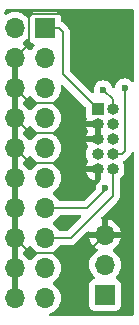
<source format=gbr>
%TF.GenerationSoftware,KiCad,Pcbnew,8.0.3*%
%TF.CreationDate,2024-06-30T20:41:50+08:00*%
%TF.ProjectId,WT_Jlink_Adapter,57545f4a-6c69-46e6-9b5f-416461707465,rev?*%
%TF.SameCoordinates,Original*%
%TF.FileFunction,Copper,L1,Top*%
%TF.FilePolarity,Positive*%
%FSLAX46Y46*%
G04 Gerber Fmt 4.6, Leading zero omitted, Abs format (unit mm)*
G04 Created by KiCad (PCBNEW 8.0.3) date 2024-06-30 20:41:50*
%MOMM*%
%LPD*%
G01*
G04 APERTURE LIST*
%TA.AperFunction,ComponentPad*%
%ADD10R,1.700000X1.700000*%
%TD*%
%TA.AperFunction,ComponentPad*%
%ADD11O,1.700000X1.700000*%
%TD*%
%TA.AperFunction,ComponentPad*%
%ADD12R,1.000000X1.000000*%
%TD*%
%TA.AperFunction,ComponentPad*%
%ADD13O,1.000000X1.000000*%
%TD*%
%TA.AperFunction,ViaPad*%
%ADD14C,0.600000*%
%TD*%
%TA.AperFunction,Conductor*%
%ADD15C,0.200000*%
%TD*%
G04 APERTURE END LIST*
D10*
%TO.P,J1,1,Pin_1*%
%TO.N,/VTREF*%
X112567000Y-90018000D03*
D11*
%TO.P,J1,2,Pin_2*%
%TO.N,unconnected-(J1-Pin_2-Pad2)*%
X110027000Y-90018000D03*
%TO.P,J1,3,Pin_3*%
%TO.N,unconnected-(J1-Pin_3-Pad3)*%
X112567000Y-92558000D03*
%TO.P,J1,4,Pin_4*%
%TO.N,/GND*%
X110027000Y-92558000D03*
%TO.P,J1,5,Pin_5*%
%TO.N,/TXD-TDI*%
X112567000Y-95098000D03*
%TO.P,J1,6,Pin_6*%
%TO.N,/GND*%
X110027000Y-95098000D03*
%TO.P,J1,7,Pin_7*%
%TO.N,/SWDIO-TMS*%
X112567000Y-97638000D03*
%TO.P,J1,8,Pin_8*%
%TO.N,/GND*%
X110027000Y-97638000D03*
%TO.P,J1,9,Pin_9*%
%TO.N,/SWCLK-TCK*%
X112567000Y-100178000D03*
%TO.P,J1,10,Pin_10*%
%TO.N,/GND*%
X110027000Y-100178000D03*
%TO.P,J1,11,Pin_11*%
%TO.N,unconnected-(J1-Pin_11-Pad11)*%
X112567000Y-102718000D03*
%TO.P,J1,12,Pin_12*%
%TO.N,/GND*%
X110027000Y-102718000D03*
%TO.P,J1,13,Pin_13*%
%TO.N,/SWO-TDO*%
X112567000Y-105258000D03*
%TO.P,J1,14,Pin_14*%
%TO.N,/GND*%
X110027000Y-105258000D03*
%TO.P,J1,15,Pin_15*%
%TO.N,/~{RESET}*%
X112567000Y-107798000D03*
%TO.P,J1,16,Pin_16*%
%TO.N,/GND*%
X110027000Y-107798000D03*
%TO.P,J1,17,Pin_17*%
%TO.N,/RXD*%
X112567000Y-110338000D03*
%TO.P,J1,18,Pin_18*%
%TO.N,/GND*%
X110027000Y-110338000D03*
%TO.P,J1,19,Pin_19*%
%TO.N,unconnected-(J1-Pin_19-Pad19)*%
X112567000Y-112878000D03*
%TO.P,J1,20,Pin_20*%
%TO.N,/GND*%
X110027000Y-112878000D03*
%TD*%
D10*
%TO.P,JP1,1,A*%
%TO.N,/RXD*%
X117647000Y-112609000D03*
D11*
%TO.P,JP1,2,C*%
%TO.N,PIN7*%
X117647000Y-110069000D03*
%TO.P,JP1,3,B*%
%TO.N,/GND*%
X117647000Y-107529000D03*
%TD*%
D12*
%TO.P,J2,1,Pin_1*%
%TO.N,/VTREF*%
X117012000Y-96876000D03*
D13*
%TO.P,J2,2,Pin_2*%
%TO.N,/SWDIO-TMS*%
X118282000Y-96876000D03*
%TO.P,J2,3,Pin_3*%
%TO.N,/GND*%
X117012000Y-98146000D03*
%TO.P,J2,4,Pin_4*%
%TO.N,/SWCLK-TCK*%
X118282000Y-98146000D03*
%TO.P,J2,5,Pin_5*%
%TO.N,/GND*%
X117012000Y-99416000D03*
%TO.P,J2,6,Pin_6*%
%TO.N,/SWO-TDO*%
X118282000Y-99416000D03*
%TO.P,J2,7,Pin_7*%
%TO.N,PIN7*%
X117012000Y-100686000D03*
%TO.P,J2,8,Pin_8*%
%TO.N,/TXD-TDI*%
X118282000Y-100686000D03*
%TO.P,J2,9,Pin_9*%
%TO.N,/GND*%
X117012000Y-101956000D03*
%TO.P,J2,10,Pin_10*%
%TO.N,/~{RESET}*%
X118282000Y-101956000D03*
%TD*%
D14*
%TO.N,/GND*%
X119660000Y-104060000D03*
X114420000Y-106540000D03*
X114610000Y-88840000D03*
X114660000Y-103820000D03*
X115180000Y-110200000D03*
X115080000Y-113860000D03*
%TO.N,/SWO-TDO*%
X117682000Y-103607000D03*
%TO.N,/TXD-TDI*%
X119298000Y-95098000D03*
%TO.N,/SWDIO-TMS*%
X117502500Y-95260000D03*
%TD*%
D15*
%TO.N,/VTREF*%
X114046000Y-93910000D02*
X117012000Y-96876000D01*
X113710000Y-90018000D02*
X114046000Y-90354000D01*
X114046000Y-90354000D02*
X114046000Y-93910000D01*
X112567000Y-90018000D02*
X113710000Y-90018000D01*
%TO.N,/GND*%
X111177000Y-91408000D02*
X110027000Y-92558000D01*
X111177000Y-89108000D02*
X111177000Y-91408000D01*
X114610000Y-88840000D02*
X111445000Y-88840000D01*
X111445000Y-88840000D02*
X111177000Y-89108000D01*
X111289000Y-96360000D02*
X110027000Y-95098000D01*
X112360000Y-96360000D02*
X111289000Y-96360000D01*
X112360000Y-96360000D02*
X114090000Y-96360000D01*
X115415000Y-97685000D02*
X115876000Y-98146000D01*
X114090000Y-96360000D02*
X115415000Y-97685000D01*
X111269000Y-109040000D02*
X110027000Y-107798000D01*
X116136000Y-109040000D02*
X111269000Y-109040000D01*
X117647000Y-107529000D02*
X116136000Y-109040000D01*
X114506000Y-101956000D02*
X117012000Y-101956000D01*
X114000000Y-101450000D02*
X114506000Y-101956000D01*
X111299000Y-101450000D02*
X114000000Y-101450000D01*
X110027000Y-100178000D02*
X111299000Y-101450000D01*
X114130000Y-98880000D02*
X114666000Y-99416000D01*
X114666000Y-99416000D02*
X117012000Y-99416000D01*
X111269000Y-98880000D02*
X114130000Y-98880000D01*
X110027000Y-97638000D02*
X111269000Y-98880000D01*
X115876000Y-98146000D02*
X117012000Y-98146000D01*
%TO.N,/~{RESET}*%
X114726000Y-107798000D02*
X118282000Y-104242000D01*
X118282000Y-104242000D02*
X118282000Y-101956000D01*
X112567000Y-107798000D02*
X114726000Y-107798000D01*
%TO.N,/SWO-TDO*%
X117393000Y-103988000D02*
X117682000Y-103699000D01*
X112567000Y-105258000D02*
X116123000Y-105258000D01*
X116123000Y-105258000D02*
X117393000Y-103988000D01*
X117682000Y-103699000D02*
X117682000Y-103607000D01*
%TO.N,/TXD-TDI*%
X119044000Y-100686000D02*
X118282000Y-100686000D01*
X119298000Y-95098000D02*
X119298000Y-100432000D01*
X119298000Y-100432000D02*
X119044000Y-100686000D01*
%TO.N,/SWDIO-TMS*%
X118282000Y-96039500D02*
X118282000Y-96876000D01*
X117502500Y-95260000D02*
X118282000Y-96039500D01*
%TD*%
%TA.AperFunction,Conductor*%
%TO.N,/GND*%
G36*
X120054312Y-100476838D02*
G01*
X120108190Y-100521323D01*
X120129465Y-100587875D01*
X120129500Y-100590826D01*
X120129500Y-114180358D01*
X120109815Y-114247397D01*
X120093181Y-114268039D01*
X119988039Y-114373181D01*
X119926716Y-114406666D01*
X119900358Y-114409500D01*
X113011172Y-114409500D01*
X112944133Y-114389815D01*
X112898378Y-114337011D01*
X112888434Y-114267853D01*
X112917459Y-114204297D01*
X112976237Y-114166523D01*
X112979079Y-114165725D01*
X113013038Y-114156625D01*
X113030663Y-114151903D01*
X113244830Y-114052035D01*
X113438401Y-113916495D01*
X113605495Y-113749401D01*
X113741035Y-113555830D01*
X113840903Y-113341663D01*
X113902063Y-113113408D01*
X113922659Y-112878000D01*
X113902063Y-112642592D01*
X113840903Y-112414337D01*
X113741035Y-112200171D01*
X113735731Y-112192595D01*
X113605494Y-112006597D01*
X113438402Y-111839506D01*
X113438396Y-111839501D01*
X113252842Y-111709575D01*
X113209217Y-111654998D01*
X113202023Y-111585500D01*
X113233546Y-111523145D01*
X113252842Y-111506425D01*
X113402754Y-111401455D01*
X113438401Y-111376495D01*
X113605495Y-111209401D01*
X113741035Y-111015830D01*
X113840903Y-110801663D01*
X113902063Y-110573408D01*
X113922659Y-110338000D01*
X113902063Y-110102592D01*
X113840903Y-109874337D01*
X113741035Y-109660171D01*
X113735731Y-109652595D01*
X113605494Y-109466597D01*
X113438402Y-109299506D01*
X113438396Y-109299501D01*
X113252842Y-109169575D01*
X113209217Y-109114998D01*
X113202023Y-109045500D01*
X113233546Y-108983145D01*
X113252842Y-108966425D01*
X113425266Y-108845692D01*
X113438401Y-108836495D01*
X113605495Y-108669401D01*
X113741035Y-108475830D01*
X113743707Y-108470097D01*
X113789878Y-108417658D01*
X113856091Y-108398500D01*
X114639331Y-108398500D01*
X114639347Y-108398501D01*
X114646943Y-108398501D01*
X114805054Y-108398501D01*
X114805057Y-108398501D01*
X114957785Y-108357577D01*
X115007904Y-108328639D01*
X115094716Y-108278520D01*
X115206520Y-108166716D01*
X115206520Y-108166714D01*
X115216728Y-108156507D01*
X115216730Y-108156504D01*
X116119941Y-107253292D01*
X116181262Y-107219809D01*
X116250954Y-107224793D01*
X116305995Y-107265488D01*
X116316363Y-107279000D01*
X117213988Y-107279000D01*
X117181075Y-107336007D01*
X117147000Y-107463174D01*
X117147000Y-107594826D01*
X117181075Y-107721993D01*
X117213988Y-107779000D01*
X116316364Y-107779000D01*
X116373567Y-107992486D01*
X116373570Y-107992492D01*
X116473399Y-108206578D01*
X116608894Y-108400082D01*
X116775917Y-108567105D01*
X116961595Y-108697119D01*
X117005219Y-108751696D01*
X117012412Y-108821195D01*
X116980890Y-108883549D01*
X116961595Y-108900269D01*
X116775594Y-109030508D01*
X116608505Y-109197597D01*
X116472965Y-109391169D01*
X116472964Y-109391171D01*
X116373098Y-109605335D01*
X116373094Y-109605344D01*
X116311938Y-109833586D01*
X116311936Y-109833596D01*
X116291341Y-110068999D01*
X116291341Y-110069000D01*
X116311936Y-110304403D01*
X116311938Y-110304413D01*
X116373094Y-110532655D01*
X116373096Y-110532659D01*
X116373097Y-110532663D01*
X116425484Y-110645007D01*
X116472965Y-110746830D01*
X116472967Y-110746834D01*
X116511360Y-110801664D01*
X116608501Y-110940396D01*
X116608506Y-110940402D01*
X116730430Y-111062326D01*
X116763915Y-111123649D01*
X116758931Y-111193341D01*
X116717059Y-111249274D01*
X116686083Y-111266189D01*
X116554669Y-111315203D01*
X116554664Y-111315206D01*
X116439455Y-111401452D01*
X116439452Y-111401455D01*
X116353206Y-111516664D01*
X116353202Y-111516671D01*
X116302908Y-111651517D01*
X116297270Y-111703965D01*
X116296501Y-111711123D01*
X116296500Y-111711135D01*
X116296500Y-113506870D01*
X116296501Y-113506876D01*
X116302908Y-113566483D01*
X116353202Y-113701328D01*
X116353206Y-113701335D01*
X116439452Y-113816544D01*
X116439455Y-113816547D01*
X116554664Y-113902793D01*
X116554671Y-113902797D01*
X116689517Y-113953091D01*
X116689516Y-113953091D01*
X116696444Y-113953835D01*
X116749127Y-113959500D01*
X118544872Y-113959499D01*
X118604483Y-113953091D01*
X118739331Y-113902796D01*
X118854546Y-113816546D01*
X118940796Y-113701331D01*
X118991091Y-113566483D01*
X118997500Y-113506873D01*
X118997499Y-111711128D01*
X118991091Y-111651517D01*
X118983252Y-111630500D01*
X118940797Y-111516671D01*
X118940793Y-111516664D01*
X118854547Y-111401455D01*
X118854544Y-111401452D01*
X118739335Y-111315206D01*
X118739328Y-111315202D01*
X118607917Y-111266189D01*
X118551983Y-111224318D01*
X118527566Y-111158853D01*
X118542418Y-111090580D01*
X118563563Y-111062332D01*
X118685495Y-110940401D01*
X118821035Y-110746830D01*
X118920903Y-110532663D01*
X118982063Y-110304408D01*
X119002659Y-110069000D01*
X118982063Y-109833592D01*
X118920903Y-109605337D01*
X118821035Y-109391171D01*
X118757123Y-109299894D01*
X118685494Y-109197597D01*
X118518402Y-109030506D01*
X118518401Y-109030505D01*
X118332405Y-108900269D01*
X118288781Y-108845692D01*
X118281588Y-108776193D01*
X118313110Y-108713839D01*
X118332405Y-108697119D01*
X118518082Y-108567105D01*
X118685105Y-108400082D01*
X118820600Y-108206578D01*
X118920429Y-107992492D01*
X118920432Y-107992486D01*
X118977636Y-107779000D01*
X118080012Y-107779000D01*
X118112925Y-107721993D01*
X118147000Y-107594826D01*
X118147000Y-107463174D01*
X118112925Y-107336007D01*
X118080012Y-107279000D01*
X118977636Y-107279000D01*
X118977635Y-107278999D01*
X118920432Y-107065513D01*
X118920429Y-107065507D01*
X118820600Y-106851422D01*
X118820599Y-106851420D01*
X118685113Y-106657926D01*
X118685108Y-106657920D01*
X118518082Y-106490894D01*
X118324578Y-106355399D01*
X118110492Y-106255570D01*
X118110486Y-106255567D01*
X117897000Y-106198364D01*
X117897000Y-107095988D01*
X117839993Y-107063075D01*
X117712826Y-107029000D01*
X117581174Y-107029000D01*
X117454007Y-107063075D01*
X117397000Y-107095988D01*
X117397000Y-106198363D01*
X117383488Y-106187995D01*
X117342286Y-106131567D01*
X117338131Y-106061821D01*
X117371292Y-106001941D01*
X118640506Y-104732728D01*
X118640511Y-104732724D01*
X118650714Y-104722520D01*
X118650716Y-104722520D01*
X118762520Y-104610716D01*
X118841577Y-104473784D01*
X118872945Y-104356716D01*
X118882500Y-104321058D01*
X118882500Y-104162943D01*
X118882500Y-102816119D01*
X118902185Y-102749080D01*
X118927833Y-102720267D01*
X118992883Y-102666883D01*
X118993175Y-102666528D01*
X119117909Y-102514539D01*
X119117913Y-102514532D01*
X119118059Y-102514260D01*
X119210814Y-102340727D01*
X119268024Y-102152132D01*
X119287341Y-101956000D01*
X119268024Y-101759868D01*
X119210814Y-101571273D01*
X119140324Y-101439396D01*
X119126083Y-101370996D01*
X119151083Y-101305752D01*
X119207387Y-101264381D01*
X119217571Y-101261175D01*
X119275785Y-101245577D01*
X119333552Y-101212225D01*
X119412716Y-101166520D01*
X119524520Y-101054716D01*
X119524520Y-101054714D01*
X119534724Y-101044511D01*
X119534728Y-101044506D01*
X119656506Y-100922728D01*
X119656511Y-100922724D01*
X119666714Y-100912520D01*
X119666716Y-100912520D01*
X119778520Y-100800716D01*
X119844751Y-100686000D01*
X119857577Y-100663785D01*
X119885725Y-100558731D01*
X119922090Y-100499072D01*
X119984937Y-100468543D01*
X120054312Y-100476838D01*
G37*
%TD.AperFunction*%
%TA.AperFunction,Conductor*%
G36*
X110277000Y-112444988D02*
G01*
X110219993Y-112412075D01*
X110092826Y-112378000D01*
X109961174Y-112378000D01*
X109834007Y-112412075D01*
X109777000Y-112444988D01*
X109777000Y-110771012D01*
X109834007Y-110803925D01*
X109961174Y-110838000D01*
X110092826Y-110838000D01*
X110219993Y-110803925D01*
X110277000Y-110771012D01*
X110277000Y-112444988D01*
G37*
%TD.AperFunction*%
%TA.AperFunction,Conductor*%
G36*
X110277000Y-109904988D02*
G01*
X110219993Y-109872075D01*
X110092826Y-109838000D01*
X109961174Y-109838000D01*
X109834007Y-109872075D01*
X109777000Y-109904988D01*
X109777000Y-108231012D01*
X109834007Y-108263925D01*
X109961174Y-108298000D01*
X110092826Y-108298000D01*
X110219993Y-108263925D01*
X110277000Y-108231012D01*
X110277000Y-109904988D01*
G37*
%TD.AperFunction*%
%TA.AperFunction,Conductor*%
G36*
X111381549Y-108464110D02*
G01*
X111398269Y-108483405D01*
X111528505Y-108669401D01*
X111528506Y-108669402D01*
X111695597Y-108836493D01*
X111695603Y-108836498D01*
X111881158Y-108966425D01*
X111924783Y-109021002D01*
X111931977Y-109090500D01*
X111900454Y-109152855D01*
X111881158Y-109169575D01*
X111695597Y-109299505D01*
X111528508Y-109466594D01*
X111398269Y-109652595D01*
X111343692Y-109696219D01*
X111274193Y-109703412D01*
X111211839Y-109671890D01*
X111195119Y-109652594D01*
X111065113Y-109466926D01*
X111065108Y-109466920D01*
X110898082Y-109299894D01*
X110711968Y-109169575D01*
X110668344Y-109114998D01*
X110661151Y-109045499D01*
X110692673Y-108983145D01*
X110711968Y-108966425D01*
X110898082Y-108836105D01*
X111065105Y-108669082D01*
X111195119Y-108483405D01*
X111249696Y-108439781D01*
X111319195Y-108432588D01*
X111381549Y-108464110D01*
G37*
%TD.AperFunction*%
%TA.AperFunction,Conductor*%
G36*
X110277000Y-107364988D02*
G01*
X110219993Y-107332075D01*
X110092826Y-107298000D01*
X109961174Y-107298000D01*
X109834007Y-107332075D01*
X109777000Y-107364988D01*
X109777000Y-105691012D01*
X109834007Y-105723925D01*
X109961174Y-105758000D01*
X110092826Y-105758000D01*
X110219993Y-105723925D01*
X110277000Y-105691012D01*
X110277000Y-107364988D01*
G37*
%TD.AperFunction*%
%TA.AperFunction,Conductor*%
G36*
X115583942Y-105878185D02*
G01*
X115629697Y-105930989D01*
X115639641Y-106000147D01*
X115610616Y-106063703D01*
X115604584Y-106070181D01*
X114513584Y-107161181D01*
X114452261Y-107194666D01*
X114425903Y-107197500D01*
X113856091Y-107197500D01*
X113789052Y-107177815D01*
X113743711Y-107125909D01*
X113741037Y-107120175D01*
X113741034Y-107120170D01*
X113735729Y-107112594D01*
X113605495Y-106926599D01*
X113605494Y-106926597D01*
X113438402Y-106759506D01*
X113438396Y-106759501D01*
X113252842Y-106629575D01*
X113209217Y-106574998D01*
X113202023Y-106505500D01*
X113233546Y-106443145D01*
X113252842Y-106426425D01*
X113354277Y-106355399D01*
X113438401Y-106296495D01*
X113605495Y-106129401D01*
X113741035Y-105935830D01*
X113743707Y-105930097D01*
X113789878Y-105877658D01*
X113856091Y-105858500D01*
X115516903Y-105858500D01*
X115583942Y-105878185D01*
G37*
%TD.AperFunction*%
%TA.AperFunction,Conductor*%
G36*
X110277000Y-104824988D02*
G01*
X110219993Y-104792075D01*
X110092826Y-104758000D01*
X109961174Y-104758000D01*
X109834007Y-104792075D01*
X109777000Y-104824988D01*
X109777000Y-103151012D01*
X109834007Y-103183925D01*
X109961174Y-103218000D01*
X110092826Y-103218000D01*
X110219993Y-103183925D01*
X110277000Y-103151012D01*
X110277000Y-104824988D01*
G37*
%TD.AperFunction*%
%TA.AperFunction,Conductor*%
G36*
X114104300Y-94819737D02*
G01*
X114119255Y-94832490D01*
X115975181Y-96688416D01*
X116008666Y-96749739D01*
X116011500Y-96776097D01*
X116011500Y-97423870D01*
X116011501Y-97423876D01*
X116017908Y-97483483D01*
X116068202Y-97618328D01*
X116068206Y-97618335D01*
X116074561Y-97626824D01*
X116098979Y-97692288D01*
X116085495Y-97755636D01*
X116085981Y-97755838D01*
X116084894Y-97758461D01*
X116084655Y-97759586D01*
X116083650Y-97761464D01*
X116042839Y-97895999D01*
X116042840Y-97896000D01*
X116802382Y-97896000D01*
X116751936Y-97946446D01*
X116709149Y-98020555D01*
X116687000Y-98103213D01*
X116687000Y-98188787D01*
X116709149Y-98271445D01*
X116751936Y-98345554D01*
X116812446Y-98406064D01*
X116886555Y-98448851D01*
X116969213Y-98471000D01*
X117054787Y-98471000D01*
X117137445Y-98448851D01*
X117211554Y-98406064D01*
X117262000Y-98355618D01*
X117262000Y-99206382D01*
X117211554Y-99155936D01*
X117137445Y-99113149D01*
X117054787Y-99091000D01*
X116969213Y-99091000D01*
X116886555Y-99113149D01*
X116812446Y-99155936D01*
X116751936Y-99216446D01*
X116709149Y-99290555D01*
X116687000Y-99373213D01*
X116687000Y-99458787D01*
X116709149Y-99541445D01*
X116751936Y-99615554D01*
X116802382Y-99666000D01*
X116042840Y-99666000D01*
X116083652Y-99800541D01*
X116176503Y-99974253D01*
X116179890Y-99979322D01*
X116178215Y-99980440D01*
X116201918Y-100036259D01*
X116190123Y-100105125D01*
X116179158Y-100122188D01*
X116179473Y-100122399D01*
X116176086Y-100127467D01*
X116083188Y-100301266D01*
X116025975Y-100489870D01*
X116006659Y-100686000D01*
X116025975Y-100882129D01*
X116038292Y-100922732D01*
X116076716Y-101049400D01*
X116083188Y-101070733D01*
X116176086Y-101244532D01*
X116179473Y-101249601D01*
X116177955Y-101250615D01*
X116201918Y-101307042D01*
X116190124Y-101375909D01*
X116179515Y-101392420D01*
X116179893Y-101392673D01*
X116176505Y-101397742D01*
X116083652Y-101571458D01*
X116042839Y-101705999D01*
X116042840Y-101706000D01*
X116802382Y-101706000D01*
X116751936Y-101756446D01*
X116709149Y-101830555D01*
X116687000Y-101913213D01*
X116687000Y-101998787D01*
X116709149Y-102081445D01*
X116751936Y-102155554D01*
X116812446Y-102216064D01*
X116886555Y-102258851D01*
X116969213Y-102281000D01*
X117054787Y-102281000D01*
X117137445Y-102258851D01*
X117211554Y-102216064D01*
X117262000Y-102165618D01*
X117262000Y-102856962D01*
X117242315Y-102924001D01*
X117203973Y-102961955D01*
X117179741Y-102977181D01*
X117179739Y-102977182D01*
X117052184Y-103104737D01*
X116956211Y-103257476D01*
X116896631Y-103427745D01*
X116896630Y-103427750D01*
X116875655Y-103613919D01*
X116873581Y-103613685D01*
X116856750Y-103671006D01*
X116840116Y-103691648D01*
X115910584Y-104621181D01*
X115849261Y-104654666D01*
X115822903Y-104657500D01*
X113856091Y-104657500D01*
X113789052Y-104637815D01*
X113743711Y-104585909D01*
X113741037Y-104580175D01*
X113741034Y-104580170D01*
X113735729Y-104572594D01*
X113605495Y-104386599D01*
X113605494Y-104386597D01*
X113438402Y-104219506D01*
X113438396Y-104219501D01*
X113252842Y-104089575D01*
X113209217Y-104034998D01*
X113202023Y-103965500D01*
X113233546Y-103903145D01*
X113252842Y-103886425D01*
X113275026Y-103870891D01*
X113438401Y-103756495D01*
X113605495Y-103589401D01*
X113741035Y-103395830D01*
X113840903Y-103181663D01*
X113902063Y-102953408D01*
X113922659Y-102718000D01*
X113902063Y-102482592D01*
X113840903Y-102254337D01*
X113818363Y-102206000D01*
X116042840Y-102206000D01*
X116083652Y-102340541D01*
X116176503Y-102514253D01*
X116176507Y-102514260D01*
X116301471Y-102666528D01*
X116453739Y-102791491D01*
X116627465Y-102884349D01*
X116762000Y-102925159D01*
X116762000Y-102206000D01*
X116042840Y-102206000D01*
X113818363Y-102206000D01*
X113741035Y-102040171D01*
X113735731Y-102032595D01*
X113605494Y-101846597D01*
X113438402Y-101679506D01*
X113438396Y-101679501D01*
X113252842Y-101549575D01*
X113209217Y-101494998D01*
X113202023Y-101425500D01*
X113233546Y-101363145D01*
X113252842Y-101346425D01*
X113275026Y-101330891D01*
X113438401Y-101216495D01*
X113605495Y-101049401D01*
X113741035Y-100855830D01*
X113840903Y-100641663D01*
X113902063Y-100413408D01*
X113922659Y-100178000D01*
X113902063Y-99942592D01*
X113840903Y-99714337D01*
X113741035Y-99500171D01*
X113735731Y-99492595D01*
X113605494Y-99306597D01*
X113464895Y-99165999D01*
X116042839Y-99165999D01*
X116042840Y-99166000D01*
X116762000Y-99166000D01*
X116762000Y-98396000D01*
X116042840Y-98396000D01*
X116083652Y-98530541D01*
X116176503Y-98704253D01*
X116179890Y-98709322D01*
X116178338Y-98710358D01*
X116202242Y-98766661D01*
X116190442Y-98835527D01*
X116179560Y-98852458D01*
X116179890Y-98852678D01*
X116176503Y-98857746D01*
X116083652Y-99031458D01*
X116042839Y-99165999D01*
X113464895Y-99165999D01*
X113438402Y-99139506D01*
X113438396Y-99139501D01*
X113252842Y-99009575D01*
X113209217Y-98954998D01*
X113202023Y-98885500D01*
X113233546Y-98823145D01*
X113252842Y-98806425D01*
X113275026Y-98790891D01*
X113438401Y-98676495D01*
X113605495Y-98509401D01*
X113741035Y-98315830D01*
X113840903Y-98101663D01*
X113902063Y-97873408D01*
X113922659Y-97638000D01*
X113920938Y-97618335D01*
X113903925Y-97423876D01*
X113902063Y-97402592D01*
X113840903Y-97174337D01*
X113741035Y-96960171D01*
X113735731Y-96952595D01*
X113605494Y-96766597D01*
X113438402Y-96599506D01*
X113438396Y-96599501D01*
X113252842Y-96469575D01*
X113209217Y-96414998D01*
X113202023Y-96345500D01*
X113233546Y-96283145D01*
X113252842Y-96266425D01*
X113275026Y-96250891D01*
X113438401Y-96136495D01*
X113605495Y-95969401D01*
X113741035Y-95775830D01*
X113840903Y-95561663D01*
X113902063Y-95333408D01*
X113922659Y-95098000D01*
X113908046Y-94930978D01*
X113921812Y-94862479D01*
X113970427Y-94812296D01*
X114038456Y-94796362D01*
X114104300Y-94819737D01*
G37*
%TD.AperFunction*%
%TA.AperFunction,Conductor*%
G36*
X110277000Y-102284988D02*
G01*
X110219993Y-102252075D01*
X110092826Y-102218000D01*
X109961174Y-102218000D01*
X109834007Y-102252075D01*
X109777000Y-102284988D01*
X109777000Y-100611012D01*
X109834007Y-100643925D01*
X109961174Y-100678000D01*
X110092826Y-100678000D01*
X110219993Y-100643925D01*
X110277000Y-100611012D01*
X110277000Y-102284988D01*
G37*
%TD.AperFunction*%
%TA.AperFunction,Conductor*%
G36*
X111381549Y-100844110D02*
G01*
X111398269Y-100863405D01*
X111528505Y-101049401D01*
X111528506Y-101049402D01*
X111695597Y-101216493D01*
X111695603Y-101216498D01*
X111881158Y-101346425D01*
X111924783Y-101401002D01*
X111931977Y-101470500D01*
X111900454Y-101532855D01*
X111881158Y-101549575D01*
X111695597Y-101679505D01*
X111528508Y-101846594D01*
X111398269Y-102032595D01*
X111343692Y-102076219D01*
X111274193Y-102083412D01*
X111211839Y-102051890D01*
X111195119Y-102032594D01*
X111065113Y-101846926D01*
X111065108Y-101846920D01*
X110898082Y-101679894D01*
X110711968Y-101549575D01*
X110668344Y-101494998D01*
X110661151Y-101425499D01*
X110692673Y-101363145D01*
X110711968Y-101346425D01*
X110898082Y-101216105D01*
X111065105Y-101049082D01*
X111195119Y-100863405D01*
X111249696Y-100819781D01*
X111319195Y-100812588D01*
X111381549Y-100844110D01*
G37*
%TD.AperFunction*%
%TA.AperFunction,Conductor*%
G36*
X110277000Y-99744988D02*
G01*
X110219993Y-99712075D01*
X110092826Y-99678000D01*
X109961174Y-99678000D01*
X109834007Y-99712075D01*
X109777000Y-99744988D01*
X109777000Y-98071012D01*
X109834007Y-98103925D01*
X109961174Y-98138000D01*
X110092826Y-98138000D01*
X110219993Y-98103925D01*
X110277000Y-98071012D01*
X110277000Y-99744988D01*
G37*
%TD.AperFunction*%
%TA.AperFunction,Conductor*%
G36*
X111381549Y-98304110D02*
G01*
X111398269Y-98323405D01*
X111528505Y-98509401D01*
X111528506Y-98509402D01*
X111695597Y-98676493D01*
X111695603Y-98676498D01*
X111881158Y-98806425D01*
X111924783Y-98861002D01*
X111931977Y-98930500D01*
X111900454Y-98992855D01*
X111881158Y-99009575D01*
X111695597Y-99139505D01*
X111528508Y-99306594D01*
X111398269Y-99492595D01*
X111343692Y-99536219D01*
X111274193Y-99543412D01*
X111211839Y-99511890D01*
X111195119Y-99492594D01*
X111065113Y-99306926D01*
X111065108Y-99306920D01*
X110898082Y-99139894D01*
X110711968Y-99009575D01*
X110668344Y-98954998D01*
X110661151Y-98885499D01*
X110692673Y-98823145D01*
X110711968Y-98806425D01*
X110898082Y-98676105D01*
X111065105Y-98509082D01*
X111195119Y-98323405D01*
X111249696Y-98279781D01*
X111319195Y-98272588D01*
X111381549Y-98304110D01*
G37*
%TD.AperFunction*%
%TA.AperFunction,Conductor*%
G36*
X110277000Y-97204988D02*
G01*
X110219993Y-97172075D01*
X110092826Y-97138000D01*
X109961174Y-97138000D01*
X109834007Y-97172075D01*
X109777000Y-97204988D01*
X109777000Y-95531012D01*
X109834007Y-95563925D01*
X109961174Y-95598000D01*
X110092826Y-95598000D01*
X110219993Y-95563925D01*
X110277000Y-95531012D01*
X110277000Y-97204988D01*
G37*
%TD.AperFunction*%
%TA.AperFunction,Conductor*%
G36*
X111381549Y-95764110D02*
G01*
X111398269Y-95783405D01*
X111528505Y-95969401D01*
X111528506Y-95969402D01*
X111695597Y-96136493D01*
X111695603Y-96136498D01*
X111881158Y-96266425D01*
X111924783Y-96321002D01*
X111931977Y-96390500D01*
X111900454Y-96452855D01*
X111881158Y-96469575D01*
X111695597Y-96599505D01*
X111528508Y-96766594D01*
X111398269Y-96952595D01*
X111343692Y-96996219D01*
X111274193Y-97003412D01*
X111211839Y-96971890D01*
X111195119Y-96952594D01*
X111065113Y-96766926D01*
X111065108Y-96766920D01*
X110898082Y-96599894D01*
X110711968Y-96469575D01*
X110668344Y-96414998D01*
X110661151Y-96345499D01*
X110692673Y-96283145D01*
X110711968Y-96266425D01*
X110898082Y-96136105D01*
X111065105Y-95969082D01*
X111195119Y-95783405D01*
X111249696Y-95739781D01*
X111319195Y-95732588D01*
X111381549Y-95764110D01*
G37*
%TD.AperFunction*%
%TA.AperFunction,Conductor*%
G36*
X119967397Y-88430185D02*
G01*
X119988039Y-88446819D01*
X120093181Y-88551961D01*
X120126666Y-88613284D01*
X120129500Y-88639642D01*
X120129500Y-94498060D01*
X120109815Y-94565099D01*
X120057011Y-94610854D01*
X119987853Y-94620798D01*
X119924297Y-94591773D01*
X119917819Y-94585741D01*
X119800262Y-94468184D01*
X119647523Y-94372211D01*
X119477254Y-94312631D01*
X119477249Y-94312630D01*
X119298004Y-94292435D01*
X119297996Y-94292435D01*
X119118750Y-94312630D01*
X119118745Y-94312631D01*
X118948476Y-94372211D01*
X118795737Y-94468184D01*
X118668184Y-94595737D01*
X118572211Y-94748476D01*
X118512631Y-94918745D01*
X118512630Y-94918749D01*
X118504906Y-94987306D01*
X118477839Y-95051720D01*
X118420244Y-95091275D01*
X118350407Y-95093412D01*
X118290501Y-95057453D01*
X118264644Y-95014376D01*
X118228289Y-94910478D01*
X118179286Y-94832490D01*
X118132316Y-94757738D01*
X118004762Y-94630184D01*
X117949940Y-94595737D01*
X117852023Y-94534211D01*
X117681754Y-94474631D01*
X117681749Y-94474630D01*
X117502504Y-94454435D01*
X117502496Y-94454435D01*
X117323250Y-94474630D01*
X117323245Y-94474631D01*
X117152976Y-94534211D01*
X117000237Y-94630184D01*
X116872684Y-94757737D01*
X116776711Y-94910476D01*
X116717131Y-95080745D01*
X116717130Y-95080750D01*
X116696935Y-95259996D01*
X116696935Y-95260003D01*
X116714614Y-95416914D01*
X116702559Y-95485736D01*
X116655210Y-95537115D01*
X116587600Y-95554739D01*
X116521194Y-95533012D01*
X116503713Y-95518478D01*
X114682819Y-93697584D01*
X114649334Y-93636261D01*
X114646500Y-93609903D01*
X114646500Y-90443060D01*
X114646501Y-90443047D01*
X114646501Y-90274944D01*
X114605576Y-90122214D01*
X114605573Y-90122209D01*
X114526524Y-89985290D01*
X114526518Y-89985282D01*
X114078717Y-89537481D01*
X114078716Y-89537480D01*
X113991904Y-89487360D01*
X113991904Y-89487359D01*
X113991902Y-89487359D01*
X113979496Y-89480196D01*
X113931283Y-89429630D01*
X113917499Y-89372811D01*
X113917499Y-89120129D01*
X113917498Y-89120123D01*
X113911091Y-89060516D01*
X113860797Y-88925671D01*
X113860793Y-88925664D01*
X113774547Y-88810455D01*
X113774544Y-88810452D01*
X113659335Y-88724206D01*
X113659328Y-88724202D01*
X113524482Y-88673908D01*
X113524483Y-88673908D01*
X113464883Y-88667501D01*
X113464881Y-88667500D01*
X113464873Y-88667500D01*
X113464864Y-88667500D01*
X111669129Y-88667500D01*
X111669123Y-88667501D01*
X111609516Y-88673908D01*
X111474671Y-88724202D01*
X111474664Y-88724206D01*
X111359455Y-88810452D01*
X111359452Y-88810455D01*
X111273206Y-88925664D01*
X111273203Y-88925669D01*
X111224189Y-89057083D01*
X111182317Y-89113016D01*
X111116853Y-89137433D01*
X111048580Y-89122581D01*
X111020326Y-89101430D01*
X110898402Y-88979506D01*
X110898395Y-88979501D01*
X110704834Y-88843967D01*
X110704830Y-88843965D01*
X110704828Y-88843964D01*
X110490663Y-88744097D01*
X110490659Y-88744096D01*
X110490655Y-88744094D01*
X110262413Y-88682938D01*
X110262403Y-88682936D01*
X110027001Y-88662341D01*
X110026999Y-88662341D01*
X109791596Y-88682936D01*
X109791586Y-88682938D01*
X109563344Y-88744094D01*
X109563335Y-88744098D01*
X109349171Y-88843964D01*
X109349169Y-88843965D01*
X109325623Y-88860453D01*
X109259417Y-88882780D01*
X109191649Y-88865770D01*
X109143837Y-88814821D01*
X109130500Y-88758878D01*
X109130500Y-88639642D01*
X109150185Y-88572603D01*
X109166819Y-88551961D01*
X109271961Y-88446819D01*
X109333284Y-88413334D01*
X109359642Y-88410500D01*
X119900358Y-88410500D01*
X119967397Y-88430185D01*
G37*
%TD.AperFunction*%
%TA.AperFunction,Conductor*%
G36*
X110277000Y-94664988D02*
G01*
X110219993Y-94632075D01*
X110092826Y-94598000D01*
X109961174Y-94598000D01*
X109834007Y-94632075D01*
X109777000Y-94664988D01*
X109777000Y-92991012D01*
X109834007Y-93023925D01*
X109961174Y-93058000D01*
X110092826Y-93058000D01*
X110219993Y-93023925D01*
X110277000Y-92991012D01*
X110277000Y-94664988D01*
G37*
%TD.AperFunction*%
%TA.AperFunction,Conductor*%
G36*
X111151340Y-90906068D02*
G01*
X111207274Y-90947939D01*
X111224189Y-90978917D01*
X111273202Y-91110328D01*
X111273206Y-91110335D01*
X111359452Y-91225544D01*
X111359455Y-91225547D01*
X111474664Y-91311793D01*
X111474671Y-91311797D01*
X111606081Y-91360810D01*
X111662015Y-91402681D01*
X111686432Y-91468145D01*
X111671580Y-91536418D01*
X111650430Y-91564673D01*
X111528505Y-91686598D01*
X111398269Y-91872595D01*
X111343692Y-91916219D01*
X111274193Y-91923412D01*
X111211839Y-91891890D01*
X111195119Y-91872594D01*
X111065113Y-91686926D01*
X111065108Y-91686920D01*
X110898078Y-91519890D01*
X110712405Y-91389879D01*
X110668780Y-91335302D01*
X110661588Y-91265804D01*
X110693110Y-91203449D01*
X110712406Y-91186730D01*
X110898401Y-91056495D01*
X111020329Y-90934566D01*
X111081648Y-90901084D01*
X111151340Y-90906068D01*
G37*
%TD.AperFunction*%
%TD*%
M02*

</source>
